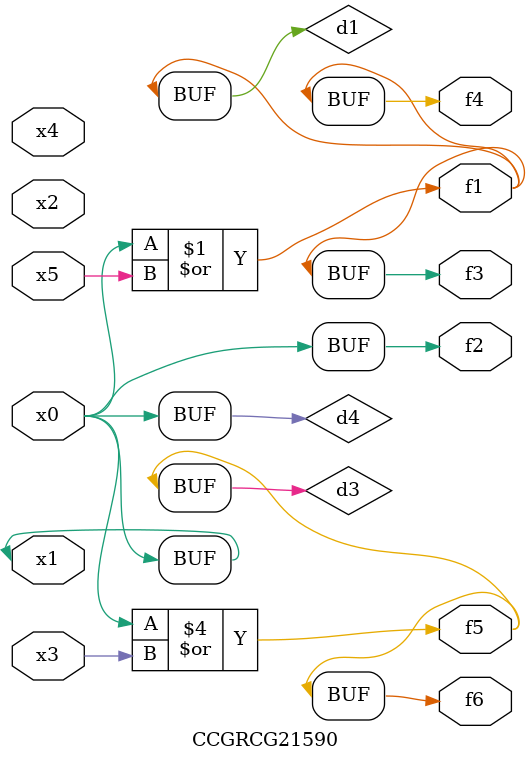
<source format=v>
module CCGRCG21590(
	input x0, x1, x2, x3, x4, x5,
	output f1, f2, f3, f4, f5, f6
);

	wire d1, d2, d3, d4;

	or (d1, x0, x5);
	xnor (d2, x1, x4);
	or (d3, x0, x3);
	buf (d4, x0, x1);
	assign f1 = d1;
	assign f2 = d4;
	assign f3 = d1;
	assign f4 = d1;
	assign f5 = d3;
	assign f6 = d3;
endmodule

</source>
